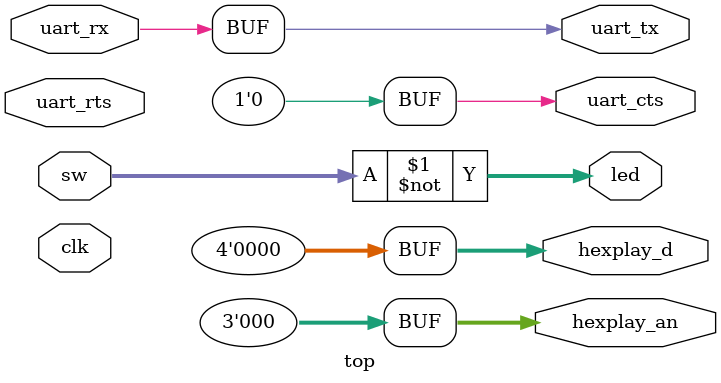
<source format=v>
`timescale 1ns / 1ps

module top(
    input clk,
    input [7:0] sw,
    output [7:0] led,
    output uart_tx,
    input uart_rx,
    output reg uart_cts = 0,
    input uart_rts,
    output reg [2:0]hexplay_an = 0,
    output reg [3:0]hexplay_d = 0
    );
    assign led = ~sw;
    assign uart_tx = uart_rx;
endmodule

</source>
